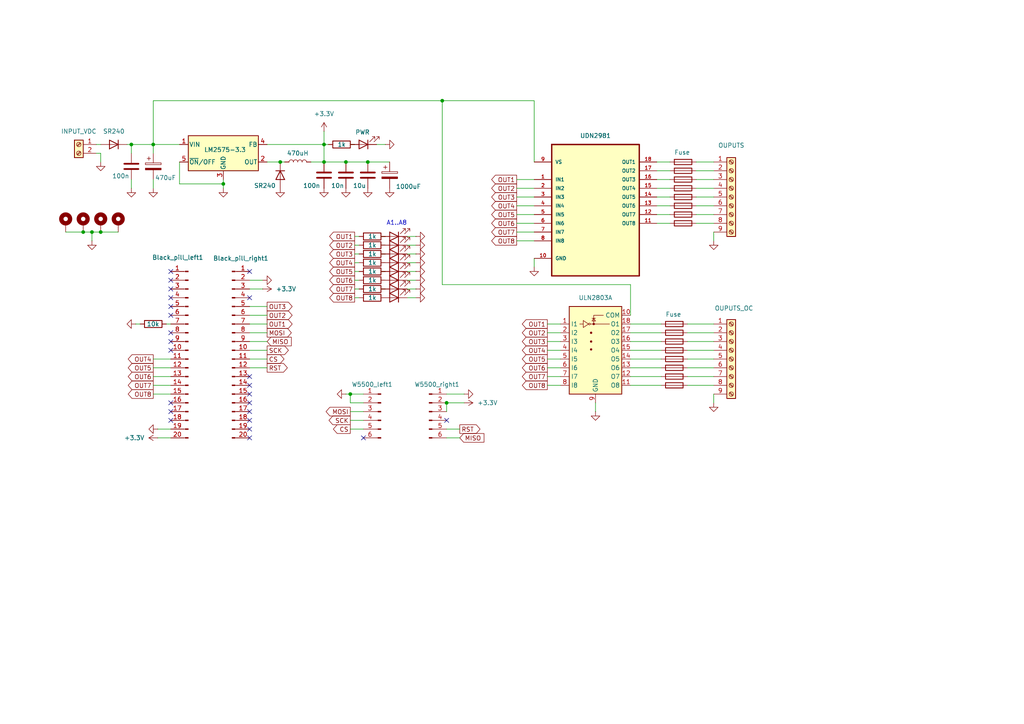
<source format=kicad_sch>
(kicad_sch (version 20250114) (generator "eeschema") (generator_version "9.0")
  (paper "A4")
  (title_block (title "Ethernet control console") (date "2025-10-01"))
  (lib_symbols
    (symbol "Connector:Conn_01x06_Pin" (pin_names (offset 1.016) (hide yes))
      (property "Reference" "J" (at 0 7.62 0))
      (property "Value" "Conn_01x06_Pin" (at 0 -10.16 0))
      (symbol "Conn_01x06_Pin_1_1"
        (pin passive line (at 5.08 5.08 180) (length 3.81) (name "Pin_1") (number "1"))
        (pin passive line (at 5.08 2.54 180) (length 3.81) (name "Pin_2") (number "2"))
        (pin passive line (at 5.08 0 180) (length 3.81) (name "Pin_3") (number "3"))
        (pin passive line (at 5.08 -2.54 180) (length 3.81) (name "Pin_4") (number "4"))
        (pin passive line (at 5.08 -5.08 180) (length 3.81) (name "Pin_5") (number "5"))
        (pin passive line (at 5.08 -7.62 180) (length 3.81) (name "Pin_6") (number "6"))
      )
    )
    (symbol "Connector:Conn_01x20_Pin" (pin_names (offset 1.016) (hide yes))
      (property "Reference" "J" (at 0 25.4 0))
      (property "Value" "Conn_01x20_Pin" (at 0 -27.94 0))
      (symbol "Conn_01x20_Pin_1_1"
        (pin passive line (at 5.08 22.86 180) (length 3.81) (name "Pin_1") (number "1"))
        (pin passive line (at 5.08 20.32 180) (length 3.81) (name "Pin_2") (number "2"))
        (pin passive line (at 5.08 17.78 180) (length 3.81) (name "Pin_3") (number "3"))
        (pin passive line (at 5.08 15.24 180) (length 3.81) (name "Pin_4") (number "4"))
        (pin passive line (at 5.08 12.7 180) (length 3.81) (name "Pin_5") (number "5"))
        (pin passive line (at 5.08 10.16 180) (length 3.81) (name "Pin_6") (number "6"))
        (pin passive line (at 5.08 7.62 180) (length 3.81) (name "Pin_7") (number "7"))
        (pin passive line (at 5.08 5.08 180) (length 3.81) (name "Pin_8") (number "8"))
        (pin passive line (at 5.08 2.54 180) (length 3.81) (name "Pin_9") (number "9"))
        (pin passive line (at 5.08 0 180) (length 3.81) (name "Pin_10") (number "10"))
        (pin passive line (at 5.08 -2.54 180) (length 3.81) (name "Pin_11") (number "11"))
        (pin passive line (at 5.08 -5.08 180) (length 3.81) (name "Pin_12") (number "12"))
        (pin passive line (at 5.08 -7.62 180) (length 3.81) (name "Pin_13") (number "13"))
        (pin passive line (at 5.08 -10.16 180) (length 3.81) (name "Pin_14") (number "14"))
        (pin passive line (at 5.08 -12.7 180) (length 3.81) (name "Pin_15") (number "15"))
        (pin passive line (at 5.08 -15.24 180) (length 3.81) (name "Pin_16") (number "16"))
        (pin passive line (at 5.08 -17.78 180) (length 3.81) (name "Pin_17") (number "17"))
        (pin passive line (at 5.08 -20.32 180) (length 3.81) (name "Pin_18") (number "18"))
        (pin passive line (at 5.08 -22.86 180) (length 3.81) (name "Pin_19") (number "19"))
        (pin passive line (at 5.08 -25.4 180) (length 3.81) (name "Pin_20") (number "20"))
      )
    )
    (symbol "Connector:Screw_Terminal_01x02" (pin_names (offset 1.016) (hide yes))
      (property "Reference" "J" (at 0 2.54 0))
      (property "Value" "Screw_Terminal_01x02" (at 0 -5.08 0))
      (symbol "Screw_Terminal_01x02_1_1"
        (pin passive line (at -5.08 0 0) (length 3.81) (name "Pin_1") (number "1"))
        (pin passive line (at -5.08 -2.54 0) (length 3.81) (name "Pin_2") (number "2"))
      )
    )
    (symbol "Connector:Screw_Terminal_01x09" (pin_names (offset 1.016) (hide yes))
      (property "Reference" "J" (at 0 12.7 0))
      (property "Value" "Screw_Terminal_01x09" (at 0 -12.7 0))
      (symbol "Screw_Terminal_01x09_1_1"
        (pin passive line (at -5.08 10.16 0) (length 3.81) (name "Pin_1") (number "1"))
        (pin passive line (at -5.08 7.62 0) (length 3.81) (name "Pin_2") (number "2"))
        (pin passive line (at -5.08 5.08 0) (length 3.81) (name "Pin_3") (number "3"))
        (pin passive line (at -5.08 2.54 0) (length 3.81) (name "Pin_4") (number "4"))
        (pin passive line (at -5.08 0 0) (length 3.81) (name "Pin_5") (number "5"))
        (pin passive line (at -5.08 -2.54 0) (length 3.81) (name "Pin_6") (number "6"))
        (pin passive line (at -5.08 -5.08 0) (length 3.81) (name "Pin_7") (number "7"))
        (pin passive line (at -5.08 -7.62 0) (length 3.81) (name "Pin_8") (number "8"))
        (pin passive line (at -5.08 -10.16 0) (length 3.81) (name "Pin_9") (number "9"))
      )
    )
    (symbol "Device:C" (pin_numbers (hide yes)) (pin_names (offset 0.254))
      (property "Reference" "C" (at 0.635 2.54 0))
      (property "Value" "C" (at 0.635 -2.54 0))
      (symbol "C_1_1"
        (pin passive line (at 0 3.81 270) (length 2.794) (name "~") (number "1"))
        (pin passive line (at 0 -3.81 90) (length 2.794) (name "~") (number "2"))
      )
    )
    (symbol "Device:C_Polarized" (pin_numbers (hide yes)) (pin_names (offset 0.254))
      (property "Reference" "C" (at 0.635 2.54 0))
      (property "Value" "C_Polarized" (at 0.635 -2.54 0))
      (symbol "C_Polarized_1_1"
        (pin passive line (at 0 3.81 270) (length 2.794) (name "~") (number "1"))
        (pin passive line (at 0 -3.81 90) (length 2.794) (name "~") (number "2"))
      )
    )
    (symbol "Device:Fuse" (pin_numbers (hide yes)) (pin_names (offset 0))
      (property "Reference" "F" (at 2.032 0 90))
      (property "Value" "Fuse" (at -1.905 0 90))
      (symbol "Fuse_1_1"
        (pin passive line (at 0 3.81 270) (length 1.27) (name "~") (number "1"))
        (pin passive line (at 0 -3.81 90) (length 1.27) (name "~") (number "2"))
      )
    )
    (symbol "Device:L" (pin_numbers (hide yes)) (pin_names (offset 1.016) (hide yes))
      (property "Reference" "L" (at -1.27 0 90))
      (property "Value" "L" (at 1.905 0 90))
      (symbol "L_1_1"
        (pin passive line (at 0 3.81 270) (length 1.27) (name "1") (number "1"))
        (pin passive line (at 0 -3.81 90) (length 1.27) (name "2") (number "2"))
      )
    )
    (symbol "Device:LED" (pin_numbers (hide yes)) (pin_names (offset 1.016) (hide yes))
      (property "Reference" "D" (at 0 2.54 0))
      (property "Value" "LED" (at 0 -2.54 0))
      (symbol "LED_1_1"
        (pin passive line (at -3.81 0 0) (length 2.54) (name "K") (number "1"))
        (pin passive line (at 3.81 0 180) (length 2.54) (name "A") (number "2"))
      )
    )
    (symbol "Device:R" (pin_numbers (hide yes)) (pin_names (offset 0))
      (property "Reference" "R" (at 2.032 0 90))
      (property "Value" "R" (at 0 0 90))
      (symbol "R_1_1"
        (pin passive line (at 0 3.81 270) (length 1.27) (name "~") (number "1"))
        (pin passive line (at 0 -3.81 90) (length 1.27) (name "~") (number "2"))
      )
    )
    (symbol "Diode:1N4007" (pin_numbers (hide yes)) (pin_names (hide yes))
      (property "Reference" "D" (at 0 2.54 0))
      (property "Value" "1N4007" (at 0 -2.54 0))
      (symbol "1N4007_1_1"
        (pin passive line (at -3.81 0 0) (length 2.54) (name "K") (number "1"))
        (pin passive line (at 3.81 0 180) (length 2.54) (name "A") (number "2"))
      )
    )
    (symbol "Mechanical:MountingHole_Pad" (pin_numbers (hide yes)) (pin_names (offset 1.016) (hide yes)) (in_bom no)
      (property "Reference" "H" (at 0 6.35 0))
      (property "Value" "MountingHole_Pad" (at 0 4.445 0))
      (symbol "MountingHole_Pad_1_1"
        (pin input line (at 0 -2.54 90) (length 2.54) (name "1") (number "1"))
      )
    )
    (symbol "Regulator_Switching:LM2575-3.3BT" (pin_names (offset 0.254))
      (property "Reference" "U" (at -10.16 6.35 0))
      (property "Value" "LM2575-3.3BT" (at 0 6.35 0))
      (symbol "LM2575-3.3BT_1_1"
        (pin power_in line (at -12.7 2.54 0) (length 2.54) (name "VIN") (number "1"))
        (pin input line (at -12.7 -2.54 0) (length 2.54) (name "~{ON}/OFF") (number "5"))
        (pin power_in line (at 0 -7.62 90) (length 2.54) (name "GND") (number "3"))
        (pin input line (at 12.7 2.54 180) (length 2.54) (name "FB") (number "4"))
        (pin output line (at 12.7 -2.54 180) (length 2.54) (name "OUT") (number "2"))
      )
    )
    (symbol "Transistor_Array:ULN2803A"
      (property "Reference" "U" (at 0 13.335 0))
      (property "Value" "ULN2803A" (at 0 11.43 0))
      (symbol "ULN2803A_1_1"
        (pin input line (at -10.16 5.08 0) (length 2.54) (name "I1") (number "1"))
        (pin input line (at -10.16 2.54 0) (length 2.54) (name "I2") (number "2"))
        (pin input line (at -10.16 0 0) (length 2.54) (name "I3") (number "3"))
        (pin input line (at -10.16 -2.54 0) (length 2.54) (name "I4") (number "4"))
        (pin input line (at -10.16 -5.08 0) (length 2.54) (name "I5") (number "5"))
        (pin input line (at -10.16 -7.62 0) (length 2.54) (name "I6") (number "6"))
        (pin input line (at -10.16 -10.16 0) (length 2.54) (name "I7") (number "7"))
        (pin input line (at -10.16 -12.7 0) (length 2.54) (name "I8") (number "8"))
        (pin power_in line (at 0 -17.78 90) (length 2.54) (name "GND") (number "9"))
        (pin passive line (at 10.16 7.62 180) (length 2.54) (name "COM") (number "10"))
        (pin open_collector line (at 10.16 5.08 180) (length 2.54) (name "O1") (number "18"))
        (pin open_collector line (at 10.16 2.54 180) (length 2.54) (name "O2") (number "17"))
        (pin open_collector line (at 10.16 0 180) (length 2.54) (name "O3") (number "16"))
        (pin open_collector line (at 10.16 -2.54 180) (length 2.54) (name "O4") (number "15"))
        (pin open_collector line (at 10.16 -5.08 180) (length 2.54) (name "O5") (number "14"))
        (pin open_collector line (at 10.16 -7.62 180) (length 2.54) (name "O6") (number "13"))
        (pin open_collector line (at 10.16 -10.16 180) (length 2.54) (name "O7") (number "12"))
        (pin open_collector line (at 10.16 -12.7 180) (length 2.54) (name "O8") (number "11"))
      )
    )
    (symbol "UDN2981:UDN2981" (pin_names (offset 1.016))
      (property "Reference" "U" (at -4.7258 19.2841 0))
      (property "Value" "UDN2981" (at -5.2475 -28.6062 0))
      (symbol "UDN2981_0_0"
        (pin power_in line (at -17.78 10.16 0) (length 5.08) (name "VS") (number "9"))
        (pin input line (at -17.78 5.08 0) (length 5.08) (name "IN1") (number "1"))
        (pin input line (at -17.78 2.54 0) (length 5.08) (name "IN2") (number "2"))
        (pin input line (at -17.78 0 0) (length 5.08) (name "IN3") (number "3"))
        (pin input line (at -17.78 -2.54 0) (length 5.08) (name "IN4") (number "4"))
        (pin input line (at -17.78 -5.08 0) (length 5.08) (name "IN5") (number "5"))
        (pin input line (at -17.78 -7.62 0) (length 5.08) (name "IN6") (number "6"))
        (pin input line (at -17.78 -10.16 0) (length 5.08) (name "IN7") (number "7"))
        (pin input line (at -17.78 -12.7 0) (length 5.08) (name "IN8") (number "8"))
        (pin passive line (at -17.78 -17.78 0) (length 5.08) (name "GND") (number "10"))
        (pin output line (at 17.78 10.16 180) (length 5.08) (name "OUT1") (number "18"))
        (pin output line (at 17.78 7.62 180) (length 5.08) (name "OUT2") (number "17"))
        (pin output line (at 17.78 5.08 180) (length 5.08) (name "OUT3") (number "16"))
        (pin output line (at 17.78 2.54 180) (length 5.08) (name "OUT4") (number "15"))
        (pin output line (at 17.78 0 180) (length 5.08) (name "OUT5") (number "14"))
        (pin output line (at 17.78 -2.54 180) (length 5.08) (name "OUT6") (number "13"))
        (pin output line (at 17.78 -5.08 180) (length 5.08) (name "OUT7") (number "12"))
        (pin output line (at 17.78 -7.62 180) (length 5.08) (name "OUT8") (number "11"))
      )
    )
    (symbol "power:+3.3V" (power) (pin_numbers (hide yes)) (pin_names (offset 0) (hide yes))
      (property "Value" "+3.3V" (at 0 3.556 0))
      (symbol "+3.3V_1_1"
        (pin power_in line (at 0 0 90) (length 0) (name "~") (number "1"))
      )
    )
    (symbol "power:GND" (power) (pin_numbers (hide yes)) (pin_names (offset 0) (hide yes))
      (property "Value" "GND" (at 0 -3.81 0))
      (symbol "GND_1_1"
        (pin power_in line (at 0 0 270) (length 0) (name "~") (number "1"))
      )
    )
  )
  (text "A1..A8" (at 115.062 64.77 0) (effects (font (size 1.27 1.27))))
  (junction (at 100.33 46.99))
  (junction (at 101.6 114.3))
  (junction (at 93.98 46.99))
  (junction (at 129.54 116.84))
  (junction (at 128.27 29.21))
  (junction (at 64.77 53.34))
  (junction (at 106.68 46.99))
  (junction (at 24.13 67.31))
  (junction (at 38.1 41.91))
  (junction (at 26.67 67.31))
  (junction (at 93.98 41.91))
  (junction (at 29.21 67.31))
  (junction (at 44.45 41.91))
  (junction (at 81.28 46.99))
  (no_connect (at 49.53 119.38))
  (no_connect (at 49.53 81.28))
  (no_connect (at 72.39 109.22))
  (no_connect (at 72.39 114.3))
  (no_connect (at 72.39 121.92))
  (no_connect (at 72.39 111.76))
  (no_connect (at 49.53 121.92))
  (no_connect (at 72.39 124.46))
  (no_connect (at 49.53 86.36))
  (no_connect (at 129.54 121.92))
  (no_connect (at 72.39 86.36))
  (no_connect (at 49.53 116.84))
  (no_connect (at 49.53 96.52))
  (no_connect (at 49.53 91.44))
  (no_connect (at 72.39 119.38))
  (no_connect (at 72.39 116.84))
  (no_connect (at 49.53 83.82))
  (no_connect (at 72.39 78.74))
  (no_connect (at 49.53 78.74))
  (no_connect (at 105.41 127))
  (no_connect (at 49.53 99.06))
  (no_connect (at 49.53 101.6))
  (no_connect (at 72.39 127))
  (no_connect (at 49.53 88.9))
  (wire (pts (xy 19.05 67.31) (xy 24.13 67.31)))
  (wire (pts (xy 44.45 111.76) (xy 49.53 111.76)))
  (wire (pts (xy 128.27 29.21) (xy 44.45 29.21)))
  (wire (pts (xy 52.07 53.34) (xy 64.77 53.34)))
  (wire (pts (xy 118.11 86.36) (xy 120.65 86.36)))
  (wire (pts (xy 111.76 71.12) (xy 110.49 71.12)))
  (wire (pts (xy 102.87 73.66) (xy 104.14 73.66)))
  (wire (pts (xy 102.87 76.2) (xy 104.14 76.2)))
  (wire (pts (xy 48.26 93.98) (xy 49.53 93.98)))
  (wire (pts (xy 29.21 67.31) (xy 26.67 67.31)))
  (wire (pts (xy 201.93 57.15) (xy 207.01 57.15)))
  (wire (pts (xy 101.6 121.92) (xy 105.41 121.92)))
  (wire (pts (xy 199.39 106.68) (xy 207.01 106.68)))
  (wire (pts (xy 158.75 111.76) (xy 162.56 111.76)))
  (wire (pts (xy 154.94 29.21) (xy 128.27 29.21)))
  (wire (pts (xy 190.5 52.07) (xy 194.31 52.07)))
  (wire (pts (xy 101.6 124.46) (xy 105.41 124.46)))
  (wire (pts (xy 118.11 71.12) (xy 120.65 71.12)))
  (wire (pts (xy 102.87 86.36) (xy 104.14 86.36)))
  (wire (pts (xy 45.72 127) (xy 49.53 127)))
  (wire (pts (xy 201.93 62.23) (xy 207.01 62.23)))
  (wire (pts (xy 158.75 93.98) (xy 162.56 93.98)))
  (wire (pts (xy 199.39 104.14) (xy 207.01 104.14)))
  (wire (pts (xy 149.86 54.61) (xy 154.94 54.61)))
  (wire (pts (xy 158.75 96.52) (xy 162.56 96.52)))
  (wire (pts (xy 72.39 99.06) (xy 77.47 99.06)))
  (wire (pts (xy 29.21 44.45) (xy 29.21 46.99)))
  (wire (pts (xy 52.07 46.99) (xy 52.07 53.34)))
  (wire (pts (xy 149.86 52.07) (xy 154.94 52.07)))
  (wire (pts (xy 201.93 64.77) (xy 207.01 64.77)))
  (wire (pts (xy 182.88 82.55) (xy 128.27 82.55)))
  (wire (pts (xy 26.67 67.31) (xy 26.67 69.85)))
  (wire (pts (xy 149.86 62.23) (xy 154.94 62.23)))
  (wire (pts (xy 44.45 41.91) (xy 44.45 44.45)))
  (wire (pts (xy 44.45 29.21) (xy 44.45 41.91)))
  (wire (pts (xy 100.33 46.99) (xy 106.68 46.99)))
  (wire (pts (xy 24.13 67.31) (xy 26.67 67.31)))
  (wire (pts (xy 158.75 106.68) (xy 162.56 106.68)))
  (wire (pts (xy 149.86 59.69) (xy 154.94 59.69)))
  (wire (pts (xy 27.94 44.45) (xy 29.21 44.45)))
  (wire (pts (xy 44.45 106.68) (xy 49.53 106.68)))
  (wire (pts (xy 101.6 116.84) (xy 101.6 114.3)))
  (wire (pts (xy 72.39 88.9) (xy 77.47 88.9)))
  (wire (pts (xy 129.54 124.46) (xy 133.35 124.46)))
  (wire (pts (xy 118.11 68.58) (xy 120.65 68.58)))
  (wire (pts (xy 111.76 73.66) (xy 110.49 73.66)))
  (wire (pts (xy 190.5 54.61) (xy 194.31 54.61)))
  (wire (pts (xy 190.5 57.15) (xy 194.31 57.15)))
  (wire (pts (xy 129.54 114.3) (xy 134.62 114.3)))
  (wire (pts (xy 101.6 119.38) (xy 105.41 119.38)))
  (wire (pts (xy 118.11 81.28) (xy 120.65 81.28)))
  (wire (pts (xy 149.86 64.77) (xy 154.94 64.77)))
  (wire (pts (xy 72.39 83.82) (xy 76.2 83.82)))
  (wire (pts (xy 129.54 116.84) (xy 129.54 119.38)))
  (wire (pts (xy 77.47 41.91) (xy 93.98 41.91)))
  (wire (pts (xy 77.47 46.99) (xy 81.28 46.99)))
  (wire (pts (xy 38.1 41.91) (xy 38.1 44.45)))
  (wire (pts (xy 129.54 116.84) (xy 134.62 116.84)))
  (wire (pts (xy 29.21 67.31) (xy 34.29 67.31)))
  (wire (pts (xy 182.88 99.06) (xy 191.77 99.06)))
  (wire (pts (xy 182.88 93.98) (xy 191.77 93.98)))
  (wire (pts (xy 149.86 67.31) (xy 154.94 67.31)))
  (wire (pts (xy 201.93 52.07) (xy 207.01 52.07)))
  (wire (pts (xy 201.93 59.69) (xy 207.01 59.69)))
  (wire (pts (xy 199.39 101.6) (xy 207.01 101.6)))
  (wire (pts (xy 100.33 114.3) (xy 101.6 114.3)))
  (wire (pts (xy 199.39 109.22) (xy 207.01 109.22)))
  (wire (pts (xy 182.88 104.14) (xy 191.77 104.14)))
  (wire (pts (xy 72.39 93.98) (xy 77.47 93.98)))
  (wire (pts (xy 149.86 69.85) (xy 154.94 69.85)))
  (wire (pts (xy 201.93 46.99) (xy 207.01 46.99)))
  (wire (pts (xy 118.11 76.2) (xy 120.65 76.2)))
  (wire (pts (xy 182.88 91.44) (xy 182.88 82.55)))
  (wire (pts (xy 106.68 46.99) (xy 113.03 46.99)))
  (wire (pts (xy 102.87 81.28) (xy 104.14 81.28)))
  (wire (pts (xy 36.83 41.91) (xy 38.1 41.91)))
  (wire (pts (xy 182.88 101.6) (xy 191.77 101.6)))
  (wire (pts (xy 118.11 73.66) (xy 120.65 73.66)))
  (wire (pts (xy 44.45 109.22) (xy 49.53 109.22)))
  (wire (pts (xy 72.39 96.52) (xy 77.47 96.52)))
  (wire (pts (xy 182.88 109.22) (xy 191.77 109.22)))
  (wire (pts (xy 44.45 104.14) (xy 49.53 104.14)))
  (wire (pts (xy 199.39 96.52) (xy 207.01 96.52)))
  (wire (pts (xy 102.87 68.58) (xy 104.14 68.58)))
  (wire (pts (xy 158.75 99.06) (xy 162.56 99.06)))
  (wire (pts (xy 128.27 82.55) (xy 128.27 29.21)))
  (wire (pts (xy 172.72 116.84) (xy 172.72 119.38)))
  (wire (pts (xy 45.72 124.46) (xy 49.53 124.46)))
  (wire (pts (xy 44.45 52.07) (xy 44.45 54.61)))
  (wire (pts (xy 111.76 68.58) (xy 110.49 68.58)))
  (wire (pts (xy 111.76 81.28) (xy 110.49 81.28)))
  (wire (pts (xy 38.1 41.91) (xy 44.45 41.91)))
  (wire (pts (xy 149.86 57.15) (xy 154.94 57.15)))
  (wire (pts (xy 72.39 91.44) (xy 77.47 91.44)))
  (wire (pts (xy 72.39 106.68) (xy 77.47 106.68)))
  (wire (pts (xy 207.01 67.31) (xy 207.01 69.85)))
  (wire (pts (xy 158.75 101.6) (xy 162.56 101.6)))
  (wire (pts (xy 182.88 111.76) (xy 191.77 111.76)))
  (wire (pts (xy 190.5 49.53) (xy 194.31 49.53)))
  (wire (pts (xy 102.87 78.74) (xy 104.14 78.74)))
  (wire (pts (xy 111.76 86.36) (xy 110.49 86.36)))
  (wire (pts (xy 44.45 41.91) (xy 52.07 41.91)))
  (wire (pts (xy 118.11 83.82) (xy 120.65 83.82)))
  (wire (pts (xy 109.22 41.91) (xy 111.76 41.91)))
  (wire (pts (xy 199.39 111.76) (xy 207.01 111.76)))
  (wire (pts (xy 201.93 49.53) (xy 207.01 49.53)))
  (wire (pts (xy 111.76 78.74) (xy 110.49 78.74)))
  (wire (pts (xy 93.98 38.1) (xy 93.98 41.91)))
  (wire (pts (xy 95.25 41.91) (xy 93.98 41.91)))
  (wire (pts (xy 72.39 101.6) (xy 77.47 101.6)))
  (wire (pts (xy 190.5 59.69) (xy 194.31 59.69)))
  (wire (pts (xy 39.37 93.98) (xy 40.64 93.98)))
  (wire (pts (xy 182.88 106.68) (xy 191.77 106.68)))
  (wire (pts (xy 158.75 109.22) (xy 162.56 109.22)))
  (wire (pts (xy 190.5 64.77) (xy 194.31 64.77)))
  (wire (pts (xy 93.98 46.99) (xy 90.17 46.99)))
  (wire (pts (xy 64.77 53.34) (xy 64.77 54.61)))
  (wire (pts (xy 93.98 41.91) (xy 93.98 46.99)))
  (wire (pts (xy 190.5 46.99) (xy 194.31 46.99)))
  (wire (pts (xy 199.39 99.06) (xy 207.01 99.06)))
  (wire (pts (xy 64.77 53.34) (xy 64.77 52.07)))
  (wire (pts (xy 199.39 93.98) (xy 207.01 93.98)))
  (wire (pts (xy 154.94 74.93) (xy 154.94 77.47)))
  (wire (pts (xy 158.75 104.14) (xy 162.56 104.14)))
  (wire (pts (xy 201.93 54.61) (xy 207.01 54.61)))
  (wire (pts (xy 154.94 46.99) (xy 154.94 29.21)))
  (wire (pts (xy 93.98 46.99) (xy 100.33 46.99)))
  (wire (pts (xy 102.87 71.12) (xy 104.14 71.12)))
  (wire (pts (xy 190.5 62.23) (xy 194.31 62.23)))
  (wire (pts (xy 72.39 81.28) (xy 76.2 81.28)))
  (wire (pts (xy 81.28 46.99) (xy 82.55 46.99)))
  (wire (pts (xy 38.1 52.07) (xy 38.1 54.61)))
  (wire (pts (xy 27.94 41.91) (xy 29.21 41.91)))
  (wire (pts (xy 102.87 41.91) (xy 101.6 41.91)))
  (wire (pts (xy 72.39 104.14) (xy 77.47 104.14)))
  (wire (pts (xy 111.76 83.82) (xy 110.49 83.82)))
  (wire (pts (xy 207.01 114.3) (xy 207.01 116.84)))
  (wire (pts (xy 182.88 96.52) (xy 191.77 96.52)))
  (wire (pts (xy 111.76 76.2) (xy 110.49 76.2)))
  (wire (pts (xy 129.54 127) (xy 133.35 127)))
  (wire (pts (xy 102.87 83.82) (xy 104.14 83.82)))
  (wire (pts (xy 118.11 78.74) (xy 120.65 78.74)))
  (wire (pts (xy 101.6 114.3) (xy 105.41 114.3)))
  (wire (pts (xy 44.45 114.3) (xy 49.53 114.3)))
  (wire (pts (xy 105.41 116.84) (xy 101.6 116.84)))
  (global_label "OUT6" (shape output) (at 44.45 109.22 180) (property "Intersheetrefs" "${INTERSHEET_REFS}" (effects (hide yes))))
  (global_label "OUT3" (shape output) (at 77.47 88.9 0) (property "Intersheetrefs" "${INTERSHEET_REFS}" (effects (hide yes))))
  (global_label "OUT1" (shape output) (at 158.75 93.98 180) (property "Intersheetrefs" "${INTERSHEET_REFS}" (effects (hide yes))))
  (global_label "MISO" (shape input) (at 133.35 127 0) (property "Intersheetrefs" "${INTERSHEET_REFS}" (effects (hide yes))))
  (global_label "OUT3" (shape output) (at 102.87 73.66 180) (property "Intersheetrefs" "${INTERSHEET_REFS}" (effects (hide yes))))
  (global_label "RST" (shape output) (at 133.35 124.46 0) (property "Intersheetrefs" "${INTERSHEET_REFS}" (effects (hide yes))))
  (global_label "OUT8" (shape output) (at 149.86 69.85 180) (property "Intersheetrefs" "${INTERSHEET_REFS}" (effects (hide yes))))
  (global_label "OUT5" (shape output) (at 44.45 106.68 180) (property "Intersheetrefs" "${INTERSHEET_REFS}" (effects (hide yes))))
  (global_label "MOSI" (shape output) (at 77.47 96.52 0) (property "Intersheetrefs" "${INTERSHEET_REFS}" (effects (hide yes))))
  (global_label "OUT8" (shape output) (at 44.45 114.3 180) (property "Intersheetrefs" "${INTERSHEET_REFS}" (effects (hide yes))))
  (global_label "MOSI" (shape output) (at 101.6 119.38 180) (property "Intersheetrefs" "${INTERSHEET_REFS}" (effects (hide yes))))
  (global_label "SCK" (shape output) (at 101.6 121.92 180) (property "Intersheetrefs" "${INTERSHEET_REFS}" (effects (hide yes))))
  (global_label "OUT7" (shape output) (at 44.45 111.76 180) (property "Intersheetrefs" "${INTERSHEET_REFS}" (effects (hide yes))))
  (global_label "MISO" (shape input) (at 77.47 99.06 0) (property "Intersheetrefs" "${INTERSHEET_REFS}" (effects (hide yes))))
  (global_label "OUT5" (shape output) (at 102.87 78.74 180) (property "Intersheetrefs" "${INTERSHEET_REFS}" (effects (hide yes))))
  (global_label "OUT7" (shape output) (at 102.87 83.82 180) (property "Intersheetrefs" "${INTERSHEET_REFS}" (effects (hide yes))))
  (global_label "CS" (shape output) (at 101.6 124.46 180) (property "Intersheetrefs" "${INTERSHEET_REFS}" (effects (hide yes))))
  (global_label "OUT5" (shape output) (at 149.86 62.23 180) (property "Intersheetrefs" "${INTERSHEET_REFS}" (effects (hide yes))))
  (global_label "OUT2" (shape output) (at 158.75 96.52 180) (property "Intersheetrefs" "${INTERSHEET_REFS}" (effects (hide yes))))
  (global_label "OUT2" (shape output) (at 102.87 71.12 180) (property "Intersheetrefs" "${INTERSHEET_REFS}" (effects (hide yes))))
  (global_label "OUT2" (shape output) (at 77.47 91.44 0) (property "Intersheetrefs" "${INTERSHEET_REFS}" (effects (hide yes))))
  (global_label "OUT4" (shape output) (at 44.45 104.14 180) (property "Intersheetrefs" "${INTERSHEET_REFS}" (effects (hide yes))))
  (global_label "RST" (shape output) (at 77.47 106.68 0) (property "Intersheetrefs" "${INTERSHEET_REFS}" (effects (hide yes))))
  (global_label "OUT4" (shape output) (at 102.87 76.2 180) (property "Intersheetrefs" "${INTERSHEET_REFS}" (effects (hide yes))))
  (global_label "CS" (shape output) (at 77.47 104.14 0) (property "Intersheetrefs" "${INTERSHEET_REFS}" (effects (hide yes))))
  (global_label "OUT1" (shape output) (at 102.87 68.58 180) (property "Intersheetrefs" "${INTERSHEET_REFS}" (effects (hide yes))))
  (global_label "OUT3" (shape output) (at 158.75 99.06 180) (property "Intersheetrefs" "${INTERSHEET_REFS}" (effects (hide yes))))
  (global_label "OUT6" (shape output) (at 158.75 106.68 180) (property "Intersheetrefs" "${INTERSHEET_REFS}" (effects (hide yes))))
  (global_label "SCK" (shape output) (at 77.47 101.6 0) (property "Intersheetrefs" "${INTERSHEET_REFS}" (effects (hide yes))))
  (global_label "OUT5" (shape output) (at 158.75 104.14 180) (property "Intersheetrefs" "${INTERSHEET_REFS}" (effects (hide yes))))
  (global_label "OUT4" (shape output) (at 149.86 59.69 180) (property "Intersheetrefs" "${INTERSHEET_REFS}" (effects (hide yes))))
  (global_label "OUT4" (shape output) (at 158.75 101.6 180) (property "Intersheetrefs" "${INTERSHEET_REFS}" (effects (hide yes))))
  (global_label "OUT7" (shape output) (at 158.75 109.22 180) (property "Intersheetrefs" "${INTERSHEET_REFS}" (effects (hide yes))))
  (global_label "OUT1" (shape output) (at 77.47 93.98 0) (property "Intersheetrefs" "${INTERSHEET_REFS}" (effects (hide yes))))
  (global_label "OUT8" (shape output) (at 158.75 111.76 180) (property "Intersheetrefs" "${INTERSHEET_REFS}" (effects (hide yes))))
  (global_label "OUT7" (shape output) (at 149.86 67.31 180) (property "Intersheetrefs" "${INTERSHEET_REFS}" (effects (hide yes))))
  (global_label "OUT6" (shape output) (at 149.86 64.77 180) (property "Intersheetrefs" "${INTERSHEET_REFS}" (effects (hide yes))))
  (global_label "OUT6" (shape output) (at 102.87 81.28 180) (property "Intersheetrefs" "${INTERSHEET_REFS}" (effects (hide yes))))
  (global_label "OUT2" (shape output) (at 149.86 54.61 180) (property "Intersheetrefs" "${INTERSHEET_REFS}" (effects (hide yes))))
  (global_label "OUT8" (shape output) (at 102.87 86.36 180) (property "Intersheetrefs" "${INTERSHEET_REFS}" (effects (hide yes))))
  (global_label "OUT1" (shape output) (at 149.86 52.07 180) (property "Intersheetrefs" "${INTERSHEET_REFS}" (effects (hide yes))))
  (global_label "OUT3" (shape output) (at 149.86 57.15 180) (property "Intersheetrefs" "${INTERSHEET_REFS}" (effects (hide yes))))
  (symbol (lib_id "Device:Fuse") (at 198.12 54.61 90) (unit 1)
    (property "Reference" "F12" (effects (hide yes)))
    (property "Value" "Fuse" (effects (hide yes)))
    (property "Footprint" "Resistor_SMD:R_1206_3216Metric" (effects (hide yes)))
    (property "Description" "Fuse" (effects (hide yes)))
  )
  (symbol (lib_id "Device:C_Polarized") (at 113.03 50.8 0) (unit 1)
    (property "Reference" "C6" (effects (hide yes)))
    (property "Value" "1000uF" (at 114.808 54.102 0) (effects (justify left)))
    (property "Footprint" "Capacitor_THT:CP_Radial_D8.0mm_P3.80mm" (effects (hide yes)))
    (property "Description" "Polarized capacitor" (effects (hide yes)))
  )
  (symbol (lib_id "power:GND") (at 120.65 86.36 90) (unit 1)
    (property "Reference" "#PWR025" (effects (hide yes)))
    (property "Value" "GND" (effects (hide yes)))
    (property "Description" "Power symbol creates a global label with name \"GND\" , ground" (effects (hide yes)))
  )
  (symbol (lib_id "Device:R") (at 99.06 41.91 90) (unit 1)
    (property "Reference" "R2" (effects (hide yes)))
    (property "Value" "1k" (at 100.33 41.91 90) (effects (justify left)))
    (property "Footprint" "Resistor_SMD:R_1206_3216Metric" (effects (hide yes)))
    (property "Description" "Resistor" (effects (hide yes)))
  )
  (symbol (lib_id "Device:LED") (at 114.3 71.12 180) (unit 1)
    (property "Reference" "D5" (effects (hide yes)))
    (property "Value" "A1" (effects (hide yes)))
    (property "Footprint" "Diode_SMD:D_1206_3216Metric" (effects (hide yes)))
    (property "Description" "Light emitting diode" (effects (hide yes)))
    (property "Sim.Pins" "1=K 2=A" (effects (hide yes)))
  )
  (symbol (lib_id "Connector:Conn_01x20_Pin") (at 54.61 101.6 0) (mirror y) (unit 1)
    (property "Reference" "Black_pill_left1" (at 51.562 74.676 0))
    (property "Value" "Conn_01x20_Pin" (effects (hide yes)))
    (property "Footprint" "Connector_PinHeader_2.54mm:PinHeader_1x20_P2.54mm_Vertical" (effects (hide yes)))
    (property "Description" "Generic connector, single row, 01x20, script generated" (effects (hide yes)))
  )
  (symbol (lib_id "power:GND") (at 120.65 76.2 90) (unit 1)
    (property "Reference" "#PWR021" (effects (hide yes)))
    (property "Value" "GND" (effects (hide yes)))
    (property "Description" "Power symbol creates a global label with name \"GND\" , ground" (effects (hide yes)))
  )
  (symbol (lib_id "power:GND") (at 100.33 54.61 0) (unit 1)
    (property "Reference" "#PWR013" (effects (hide yes)))
    (property "Value" "GND" (effects (hide yes)))
    (property "Description" "Power symbol creates a global label with name \"GND\" , ground" (effects (hide yes)))
  )
  (symbol (lib_id "Connector:Screw_Terminal_01x09") (at 212.09 57.15 0) (unit 1)
    (property "Reference" "J2" (effects (hide yes)))
    (property "Value" "OUPUTS" (at 208.28 42.164 0) (effects (justify left)))
    (property "Footprint" "TerminalBlock:TerminalBlock_MaiXu_MX126-5.0-09P_1x09_P5.00mm" (effects (hide yes)))
    (property "Description" "Generic screw terminal, single row, 01x09, script generated (kicad-library-utils/schlib/autogen/connector/)" (effects (hide yes)))
  )
  (symbol (lib_id "UDN2981:UDN2981") (at 172.72 57.15 0) (unit 1)
    (property "Reference" "U2" (effects (hide yes)))
    (property "Value" "UDN2981" (at 172.72 39.37 0))
    (property "Footprint" "Package_DIP:DIP-18_W7.62mm_LongPads" (effects (hide yes)))
    (property "MF" "Allegro MicroSystems LLC" (effects (hide yes)))
    (property "Description_1" "Power Switch/Driver 1:1 Bipolar 500mA 18-DIP" (effects (hide yes)))
    (property "PACKAGE" "PDIP-18" (effects (hide yes)))
    (property "MPN" "UDN2981" (effects (hide yes)))
    (property "Price" "None" (effects (hide yes)))
    (property "Package" "DIP-18 Allegro MicroSystems LLC" (effects (hide yes)))
    (property "OC_FARNELL" "1193495" (effects (hide yes)))
    (property "SnapEDA_Link" "https://www.snapeda.com/parts/UDN2981/Allegro/view-part/?ref=snap" (effects (hide yes)))
    (property "MP" "UDN2981" (effects (hide yes)))
    (property "SUPPLIER" "ALLEGRO MICROSYSTEMS" (effects (hide yes)))
    (property "OC_NEWARK" "31K7841" (effects (hide yes)))
    (property "Availability" "Not in stock" (effects (hide yes)))
    (property "Check_prices" "https://www.snapeda.com/parts/UDN2981/Allegro/view-part/?ref=eda" (effects (hide yes)))
  )
  (symbol (lib_id "Device:Fuse") (at 195.58 111.76 90) (unit 1)
    (property "Reference" "F8" (effects (hide yes)))
    (property "Value" "Fuse" (effects (hide yes)))
    (property "Footprint" "Resistor_SMD:R_1206_3216Metric" (effects (hide yes)))
    (property "Description" "Fuse" (effects (hide yes)))
  )
  (symbol (lib_id "Mechanical:MountingHole_Pad") (at 19.05 64.77 0) (unit 1) (in_bom no)
    (property "Reference" "H1" (effects (hide yes)))
    (property "Value" "MountingHole_Pad" (effects (hide yes)))
    (property "Footprint" "MountingHole:MountingHole_3.2mm_M3_Pad" (effects (hide yes)))
    (property "Description" "Mounting Hole with connection" (effects (hide yes)))
  )
  (symbol (lib_id "power:GND") (at 111.76 41.91 90) (unit 1)
    (property "Reference" "#PWR016" (effects (hide yes)))
    (property "Value" "GND" (effects (hide yes)))
    (property "Description" "Power symbol creates a global label with name \"GND\" , ground" (effects (hide yes)))
  )
  (symbol (lib_id "Device:R") (at 107.95 81.28 90) (unit 1)
    (property "Reference" "R8" (effects (hide yes)))
    (property "Value" "1k" (at 109.22 81.28 90) (effects (justify left)))
    (property "Footprint" "Resistor_SMD:R_1206_3216Metric" (effects (hide yes)))
    (property "Description" "Resistor" (effects (hide yes)))
  )
  (symbol (lib_id "power:GND") (at 26.67 69.85 0) (unit 1)
    (property "Reference" "#PWR032" (effects (hide yes)))
    (property "Value" "GND" (effects (hide yes)))
    (property "Description" "Power symbol creates a global label with name \"GND\" , ground" (effects (hide yes)))
  )
  (symbol (lib_id "power:GND") (at 172.72 119.38 0) (unit 1)
    (property "Reference" "#PWR029" (effects (hide yes)))
    (property "Value" "GND" (effects (hide yes)))
    (property "Description" "Power symbol creates a global label with name \"GND\" , ground" (effects (hide yes)))
  )
  (symbol (lib_id "Transistor_Array:ULN2803A") (at 172.72 99.06 0) (unit 1)
    (property "Reference" "U3" (effects (hide yes)))
    (property "Value" "ULN2803A" (at 172.72 86.36 0))
    (property "Footprint" "Package_DIP:DIP-18_W7.62mm_LongPads" (effects (hide yes)))
    (property "Datasheet" "http://www.ti.com/lit/ds/symlink/uln2803a.pdf" (effects (hide yes)))
    (property "Description" "Darlington Transistor Arrays, SOIC18/DIP18" (effects (hide yes)))
  )
  (symbol (lib_id "power:GND") (at 45.72 124.46 270) (mirror x) (unit 1)
    (property "Reference" "#PWR05" (effects (hide yes)))
    (property "Value" "GND" (effects (hide yes)))
    (property "Description" "Power symbol creates a global label with name \"GND\" , ground" (effects (hide yes)))
  )
  (symbol (lib_id "power:GND") (at 39.37 93.98 270) (mirror x) (unit 1)
    (property "Reference" "#PWR03" (effects (hide yes)))
    (property "Value" "GND" (effects (hide yes)))
    (property "Description" "Power symbol creates a global label with name \"GND\" , ground" (effects (hide yes)))
  )
  (symbol (lib_id "power:GND") (at 29.21 46.99 0) (mirror y) (unit 1)
    (property "Reference" "#PWR01" (effects (hide yes)))
    (property "Value" "GND" (effects (hide yes)))
    (property "Description" "Power symbol creates a global label with name \"GND\" , ground" (effects (hide yes)))
  )
  (symbol (lib_id "Device:C") (at 100.33 50.8 0) (unit 1)
    (property "Reference" "C4" (effects (hide yes)))
    (property "Value" "10n" (at 96.012 53.848 0) (effects (justify left)))
    (property "Footprint" "Capacitor_SMD:C_1206_3216Metric" (effects (hide yes)))
    (property "Description" "Unpolarized capacitor" (effects (hide yes)))
  )
  (symbol (lib_id "power:GND") (at 154.94 77.47 0) (unit 1)
    (property "Reference" "#PWR028" (effects (hide yes)))
    (property "Value" "GND" (effects (hide yes)))
    (property "Description" "Power symbol creates a global label with name \"GND\" , ground" (effects (hide yes)))
  )
  (symbol (lib_id "Device:R") (at 107.95 83.82 90) (unit 1)
    (property "Reference" "R9" (effects (hide yes)))
    (property "Value" "1k" (at 109.22 83.82 90) (effects (justify left)))
    (property "Footprint" "Resistor_SMD:R_1206_3216Metric" (effects (hide yes)))
    (property "Description" "Resistor" (effects (hide yes)))
  )
  (symbol (lib_id "Mechanical:MountingHole_Pad") (at 29.21 64.77 0) (unit 1) (in_bom no)
    (property "Reference" "H3" (effects (hide yes)))
    (property "Value" "MountingHole_Pad" (effects (hide yes)))
    (property "Footprint" "MountingHole:MountingHole_3.2mm_M3_Pad" (effects (hide yes)))
    (property "Description" "Mounting Hole with connection" (effects (hide yes)))
  )
  (symbol (lib_id "Device:Fuse") (at 195.58 101.6 90) (unit 1)
    (property "Reference" "F4" (effects (hide yes)))
    (property "Value" "Fuse" (effects (hide yes)))
    (property "Footprint" "Resistor_SMD:R_1206_3216Metric" (effects (hide yes)))
    (property "Description" "Fuse" (effects (hide yes)))
  )
  (symbol (lib_id "Mechanical:MountingHole_Pad") (at 34.29 64.77 0) (unit 1) (in_bom no)
    (property "Reference" "H4" (effects (hide yes)))
    (property "Value" "MountingHole_Pad" (effects (hide yes)))
    (property "Footprint" "MountingHole:MountingHole_3.2mm_M3_Pad" (effects (hide yes)))
    (property "Description" "Mounting Hole with connection" (effects (hide yes)))
  )
  (symbol (lib_id "power:+3.3V") (at 134.62 116.84 270) (unit 1)
    (property "Reference" "#PWR027" (effects (hide yes)))
    (property "Value" "+3.3V" (at 138.43 116.8399 90) (effects (justify left)))
    (property "Description" "Power symbol creates a global label with name \"+3.3V\"" (effects (hide yes)))
  )
  (symbol (lib_id "Device:R") (at 107.95 78.74 90) (unit 1)
    (property "Reference" "R7" (effects (hide yes)))
    (property "Value" "1k" (at 109.22 78.74 90) (effects (justify left)))
    (property "Footprint" "Resistor_SMD:R_1206_3216Metric" (effects (hide yes)))
    (property "Description" "Resistor" (effects (hide yes)))
  )
  (symbol (lib_id "power:GND") (at 120.65 73.66 90) (unit 1)
    (property "Reference" "#PWR020" (effects (hide yes)))
    (property "Value" "GND" (effects (hide yes)))
    (property "Description" "Power symbol creates a global label with name \"GND\" , ground" (effects (hide yes)))
  )
  (symbol (lib_id "power:GND") (at 38.1 54.61 0) (unit 1)
    (property "Reference" "#PWR02" (effects (hide yes)))
    (property "Value" "GND" (effects (hide yes)))
    (property "Description" "Power symbol creates a global label with name \"GND\" , ground" (effects (hide yes)))
  )
  (symbol (lib_id "Connector:Conn_01x20_Pin") (at 67.31 101.6 0) (unit 1)
    (property "Reference" "Black_pill_right1" (at 69.85 74.93 0))
    (property "Value" "Conn_01x20_Pin" (effects (hide yes)))
    (property "Footprint" "Connector_PinHeader_2.54mm:PinHeader_1x20_P2.54mm_Vertical" (effects (hide yes)))
    (property "Description" "Generic connector, single row, 01x20, script generated" (effects (hide yes)))
  )
  (symbol (lib_id "Device:LED") (at 114.3 76.2 180) (unit 1)
    (property "Reference" "D7" (effects (hide yes)))
    (property "Value" "A1" (effects (hide yes)))
    (property "Footprint" "Diode_SMD:D_1206_3216Metric" (effects (hide yes)))
    (property "Description" "Light emitting diode" (effects (hide yes)))
    (property "Sim.Pins" "1=K 2=A" (effects (hide yes)))
  )
  (symbol (lib_id "power:GND") (at 120.65 68.58 90) (unit 1)
    (property "Reference" "#PWR018" (effects (hide yes)))
    (property "Value" "GND" (effects (hide yes)))
    (property "Description" "Power symbol creates a global label with name \"GND\" , ground" (effects (hide yes)))
  )
  (symbol (lib_id "Connector:Screw_Terminal_01x09") (at 212.09 104.14 0) (unit 1)
    (property "Reference" "J3" (effects (hide yes)))
    (property "Value" "OUPUTS_OC" (at 207.264 89.408 0) (effects (justify left)))
    (property "Footprint" "TerminalBlock:TerminalBlock_MaiXu_MX126-5.0-09P_1x09_P5.00mm" (effects (hide yes)))
    (property "Description" "Generic screw terminal, single row, 01x09, script generated (kicad-library-utils/schlib/autogen/connector/)" (effects (hide yes)))
  )
  (symbol (lib_id "Device:Fuse") (at 198.12 46.99 90) (unit 1)
    (property "Reference" "F9" (effects (hide yes)))
    (property "Value" "Fuse" (at 200.152 44.196 90) (effects (justify left)))
    (property "Footprint" "Resistor_SMD:R_1206_3216Metric" (effects (hide yes)))
    (property "Description" "Fuse" (effects (hide yes)))
  )
  (symbol (lib_id "power:GND") (at 64.77 54.61 0) (unit 1)
    (property "Reference" "#PWR07" (effects (hide yes)))
    (property "Value" "GND" (effects (hide yes)))
    (property "Description" "Power symbol creates a global label with name \"GND\" , ground" (effects (hide yes)))
  )
  (symbol (lib_id "power:+3.3V") (at 76.2 83.82 270) (unit 1)
    (property "Reference" "#PWR09" (effects (hide yes)))
    (property "Value" "+3.3V" (at 80.01 83.8199 90) (effects (justify left)))
    (property "Description" "Power symbol creates a global label with name \"+3.3V\"" (effects (hide yes)))
  )
  (symbol (lib_id "power:GND") (at 76.2 81.28 90) (unit 1)
    (property "Reference" "#PWR08" (effects (hide yes)))
    (property "Value" "GND" (effects (hide yes)))
    (property "Description" "Power symbol creates a global label with name \"GND\" , ground" (effects (hide yes)))
  )
  (symbol (lib_id "power:GND") (at 120.65 83.82 90) (unit 1)
    (property "Reference" "#PWR024" (effects (hide yes)))
    (property "Value" "GND" (effects (hide yes)))
    (property "Description" "Power symbol creates a global label with name \"GND\" , ground" (effects (hide yes)))
  )
  (symbol (lib_id "Device:Fuse") (at 198.12 64.77 90) (unit 1)
    (property "Reference" "F16" (effects (hide yes)))
    (property "Value" "Fuse" (effects (hide yes)))
    (property "Footprint" "Resistor_SMD:R_1206_3216Metric" (effects (hide yes)))
    (property "Description" "Fuse" (effects (hide yes)))
  )
  (symbol (lib_id "Device:LED") (at 114.3 86.36 180) (unit 1)
    (property "Reference" "D11" (effects (hide yes)))
    (property "Value" "A1" (effects (hide yes)))
    (property "Footprint" "Diode_SMD:D_1206_3216Metric" (effects (hide yes)))
    (property "Description" "Light emitting diode" (effects (hide yes)))
    (property "Sim.Pins" "1=K 2=A" (effects (hide yes)))
  )
  (symbol (lib_id "Device:LED") (at 114.3 78.74 180) (unit 1)
    (property "Reference" "D8" (effects (hide yes)))
    (property "Value" "A1" (effects (hide yes)))
    (property "Footprint" "Diode_SMD:D_1206_3216Metric" (effects (hide yes)))
    (property "Description" "Light emitting diode" (effects (hide yes)))
    (property "Sim.Pins" "1=K 2=A" (effects (hide yes)))
  )
  (symbol (lib_id "power:GND") (at 120.65 71.12 90) (unit 1)
    (property "Reference" "#PWR019" (effects (hide yes)))
    (property "Value" "GND" (effects (hide yes)))
    (property "Description" "Power symbol creates a global label with name \"GND\" , ground" (effects (hide yes)))
  )
  (symbol (lib_id "Device:C") (at 93.98 50.8 0) (unit 1)
    (property "Reference" "C3" (effects (hide yes)))
    (property "Value" "100n" (at 87.884 53.848 0) (effects (justify left)))
    (property "Footprint" "Capacitor_SMD:C_1206_3216Metric" (effects (hide yes)))
    (property "Description" "Unpolarized capacitor" (effects (hide yes)))
  )
  (symbol (lib_id "Device:Fuse") (at 195.58 109.22 90) (unit 1)
    (property "Reference" "F7" (effects (hide yes)))
    (property "Value" "Fuse" (effects (hide yes)))
    (property "Footprint" "Resistor_SMD:R_1206_3216Metric" (effects (hide yes)))
    (property "Description" "Fuse" (effects (hide yes)))
  )
  (symbol (lib_id "Connector:Screw_Terminal_01x02") (at 22.86 41.91 0) (mirror y) (unit 1)
    (property "Reference" "J1" (effects (hide yes)))
    (property "Value" "INPUT_VDC" (at 22.86 38.1 0))
    (property "Footprint" "TerminalBlock_MetzConnect:TerminalBlock_MetzConnect_Type055_RT01502HDWU_1x02_P5.00mm_Horizontal" (effects (hide yes)))
    (property "Description" "Generic screw terminal, single row, 01x02, script generated (kicad-library-utils/schlib/autogen/connector/)" (effects (hide yes)))
  )
  (symbol (lib_id "Device:Fuse") (at 198.12 49.53 90) (unit 1)
    (property "Reference" "F10" (effects (hide yes)))
    (property "Value" "Fuse" (effects (hide yes)))
    (property "Footprint" "Resistor_SMD:R_1206_3216Metric" (effects (hide yes)))
    (property "Description" "Fuse" (effects (hide yes)))
  )
  (symbol (lib_id "Device:LED") (at 114.3 68.58 180) (unit 1)
    (property "Reference" "D4" (effects (hide yes)))
    (property "Value" "A1" (effects (hide yes)))
    (property "Footprint" "Diode_SMD:D_1206_3216Metric" (effects (hide yes)))
    (property "Description" "Light emitting diode" (effects (hide yes)))
    (property "Sim.Pins" "1=K 2=A" (effects (hide yes)))
  )
  (symbol (lib_id "power:GND") (at 207.01 69.85 0) (unit 1)
    (property "Reference" "#PWR030" (effects (hide yes)))
    (property "Value" "GND" (effects (hide yes)))
    (property "Description" "Power symbol creates a global label with name \"GND\" , ground" (effects (hide yes)))
  )
  (symbol (lib_id "Connector:Conn_01x06_Pin") (at 124.46 119.38 0) (unit 1)
    (property "Reference" "W5500_right1" (at 126.746 111.506 0))
    (property "Value" "Conn_01x06_Pin" (effects (hide yes)))
    (property "Footprint" "Connector_PinHeader_2.54mm:PinHeader_1x06_P2.54mm_Vertical" (effects (hide yes)))
    (property "Description" "Generic connector, single row, 01x06, script generated" (effects (hide yes)))
  )
  (symbol (lib_id "Device:R") (at 107.95 73.66 90) (unit 1)
    (property "Reference" "R5" (effects (hide yes)))
    (property "Value" "1k" (at 109.22 73.66 90) (effects (justify left)))
    (property "Footprint" "Resistor_SMD:R_1206_3216Metric" (effects (hide yes)))
    (property "Description" "Resistor" (effects (hide yes)))
  )
  (symbol (lib_id "Device:R") (at 107.95 71.12 90) (unit 1)
    (property "Reference" "R4" (effects (hide yes)))
    (property "Value" "1k" (at 109.22 71.12 90) (effects (justify left)))
    (property "Footprint" "Resistor_SMD:R_1206_3216Metric" (effects (hide yes)))
    (property "Description" "Resistor" (effects (hide yes)))
  )
  (symbol (lib_id "Device:Fuse") (at 195.58 106.68 90) (unit 1)
    (property "Reference" "F6" (effects (hide yes)))
    (property "Value" "Fuse" (effects (hide yes)))
    (property "Footprint" "Resistor_SMD:R_1206_3216Metric" (effects (hide yes)))
    (property "Description" "Fuse" (effects (hide yes)))
  )
  (symbol (lib_id "Device:Fuse") (at 198.12 57.15 90) (unit 1)
    (property "Reference" "F13" (effects (hide yes)))
    (property "Value" "Fuse" (effects (hide yes)))
    (property "Footprint" "Resistor_SMD:R_1206_3216Metric" (effects (hide yes)))
    (property "Description" "Fuse" (effects (hide yes)))
  )
  (symbol (lib_id "power:GND") (at 44.45 54.61 0) (unit 1)
    (property "Reference" "#PWR04" (effects (hide yes)))
    (property "Value" "GND" (effects (hide yes)))
    (property "Description" "Power symbol creates a global label with name \"GND\" , ground" (effects (hide yes)))
  )
  (symbol (lib_id "Device:Fuse") (at 198.12 59.69 90) (unit 1)
    (property "Reference" "F14" (effects (hide yes)))
    (property "Value" "Fuse" (effects (hide yes)))
    (property "Footprint" "Resistor_SMD:R_1206_3216Metric" (effects (hide yes)))
    (property "Description" "Fuse" (effects (hide yes)))
  )
  (symbol (lib_id "Device:LED") (at 105.41 41.91 180) (unit 1)
    (property "Reference" "D3" (effects (hide yes)))
    (property "Value" "PWR" (at 105.156 38.354 0))
    (property "Footprint" "Diode_SMD:D_1206_3216Metric" (effects (hide yes)))
    (property "Description" "Light emitting diode" (effects (hide yes)))
    (property "Sim.Pins" "1=K 2=A" (effects (hide yes)))
  )
  (symbol (lib_id "power:GND") (at 113.03 54.61 0) (unit 1)
    (property "Reference" "#PWR017" (effects (hide yes)))
    (property "Value" "GND" (effects (hide yes)))
    (property "Description" "Power symbol creates a global label with name \"GND\" , ground" (effects (hide yes)))
  )
  (symbol (lib_id "Device:C_Polarized") (at 44.45 48.26 0) (unit 1)
    (property "Reference" "C2" (effects (hide yes)))
    (property "Value" "470uF" (at 44.958 51.562 0) (effects (justify left)))
    (property "Footprint" "Capacitor_THT:CP_Radial_D10.0mm_P5.00mm" (effects (hide yes)))
    (property "Description" "Polarized capacitor" (effects (hide yes)))
  )
  (symbol (lib_id "power:GND") (at 106.68 54.61 0) (unit 1)
    (property "Reference" "#PWR015" (effects (hide yes)))
    (property "Value" "GND" (effects (hide yes)))
    (property "Description" "Power symbol creates a global label with name \"GND\" , ground" (effects (hide yes)))
  )
  (symbol (lib_id "Device:LED") (at 114.3 81.28 180) (unit 1)
    (property "Reference" "D9" (effects (hide yes)))
    (property "Value" "A1" (effects (hide yes)))
    (property "Footprint" "Diode_SMD:D_1206_3216Metric" (effects (hide yes)))
    (property "Description" "Light emitting diode" (effects (hide yes)))
    (property "Sim.Pins" "1=K 2=A" (effects (hide yes)))
  )
  (symbol (lib_id "power:GND") (at 120.65 78.74 90) (unit 1)
    (property "Reference" "#PWR022" (effects (hide yes)))
    (property "Value" "GND" (effects (hide yes)))
    (property "Description" "Power symbol creates a global label with name \"GND\" , ground" (effects (hide yes)))
  )
  (symbol (lib_id "Device:C") (at 106.68 50.8 0) (unit 1)
    (property "Reference" "C5" (effects (hide yes)))
    (property "Value" "10u" (at 102.362 53.848 0) (effects (justify left)))
    (property "Footprint" "Capacitor_SMD:C_1206_3216Metric" (effects (hide yes)))
    (property "Description" "Unpolarized capacitor" (effects (hide yes)))
  )
  (symbol (lib_id "Device:Fuse") (at 195.58 93.98 90) (unit 1)
    (property "Reference" "F1" (effects (hide yes)))
    (property "Value" "Fuse" (at 197.612 91.186 90) (effects (justify left)))
    (property "Footprint" "Resistor_SMD:R_1206_3216Metric" (effects (hide yes)))
    (property "Description" "Fuse" (effects (hide yes)))
  )
  (symbol (lib_id "Device:Fuse") (at 198.12 62.23 90) (unit 1)
    (property "Reference" "F15" (effects (hide yes)))
    (property "Value" "Fuse" (effects (hide yes)))
    (property "Footprint" "Resistor_SMD:R_1206_3216Metric" (effects (hide yes)))
    (property "Description" "Fuse" (effects (hide yes)))
  )
  (symbol (lib_id "Device:Fuse") (at 198.12 52.07 90) (unit 1)
    (property "Reference" "F11" (effects (hide yes)))
    (property "Value" "Fuse" (effects (hide yes)))
    (property "Footprint" "Resistor_SMD:R_1206_3216Metric" (effects (hide yes)))
    (property "Description" "Fuse" (effects (hide yes)))
  )
  (symbol (lib_id "power:GND") (at 207.01 116.84 0) (unit 1)
    (property "Reference" "#PWR031" (effects (hide yes)))
    (property "Value" "GND" (effects (hide yes)))
    (property "Description" "Power symbol creates a global label with name \"GND\" , ground" (effects (hide yes)))
  )
  (symbol (lib_id "Device:C") (at 38.1 48.26 0) (unit 1)
    (property "Reference" "C1" (effects (hide yes)))
    (property "Value" "100n" (at 32.512 51.054 0) (effects (justify left)))
    (property "Footprint" "Capacitor_SMD:C_1206_3216Metric" (effects (hide yes)))
    (property "Description" "Unpolarized capacitor" (effects (hide yes)))
  )
  (symbol (lib_id "Device:R") (at 107.95 68.58 90) (unit 1)
    (property "Reference" "R3" (effects (hide yes)))
    (property "Value" "1k" (at 109.22 68.58 90) (effects (justify left)))
    (property "Footprint" "Resistor_SMD:R_1206_3216Metric" (effects (hide yes)))
    (property "Description" "Resistor" (effects (hide yes)))
  )
  (symbol (lib_id "power:GND") (at 81.28 54.61 0) (unit 1)
    (property "Reference" "#PWR010" (effects (hide yes)))
    (property "Value" "GND" (effects (hide yes)))
    (property "Description" "Power symbol creates a global label with name \"GND\" , ground" (effects (hide yes)))
  )
  (symbol (lib_id "Diode:1N4007") (at 81.28 50.8 270) (unit 1)
    (property "Reference" "D2" (effects (hide yes)))
    (property "Value" "SR240" (at 73.66 53.848 90) (effects (justify left)))
    (property "Footprint" "Diode_THT:D_DO-41_SOD81_P10.16mm_Horizontal" (effects (hide yes)))
    (property "Datasheet" "http://www.vishay.com/docs/88503/1n4001.pdf" (effects (hide yes)))
    (property "Description" "1000V 1A General Purpose Rectifier Diode, DO-41" (effects (hide yes)))
    (property "Sim.Device" "D" (effects (hide yes)))
    (property "Sim.Pins" "1=K 2=A" (effects (hide yes)))
  )
  (symbol (lib_id "Regulator_Switching:LM2575-3.3BT") (at 64.77 44.45 0) (unit 1)
    (property "Reference" "U1" (effects (hide yes)))
    (property "Value" "LM2575-3.3" (at 65.278 43.434 0))
    (property "Footprint" "Package_TO_SOT_THT:TO-220-5_Vertical" (effects (hide yes)))
    (property "Datasheet" "http://ww1.microchip.com/downloads/en/DeviceDoc/lm2575.pdf" (effects (hide yes)))
    (property "Description" "Fixed 3.3V 52kHz Simple 1A Buck Regulator, TO-220-5" (effects (hide yes)))
  )
  (symbol (lib_id "Device:LED") (at 114.3 73.66 180) (unit 1)
    (property "Reference" "D6" (effects (hide yes)))
    (property "Value" "A1" (effects (hide yes)))
    (property "Footprint" "Diode_SMD:D_1206_3216Metric" (effects (hide yes)))
    (property "Description" "Light emitting diode" (effects (hide yes)))
    (property "Sim.Pins" "1=K 2=A" (effects (hide yes)))
  )
  (symbol (lib_id "Device:Fuse") (at 195.58 96.52 90) (unit 1)
    (property "Reference" "F2" (effects (hide yes)))
    (property "Value" "Fuse" (effects (hide yes)))
    (property "Footprint" "Resistor_SMD:R_1206_3216Metric" (effects (hide yes)))
    (property "Description" "Fuse" (effects (hide yes)))
  )
  (symbol (lib_id "Diode:1N4007") (at 33.02 41.91 180) (unit 1)
    (property "Reference" "D1" (effects (hide yes)))
    (property "Value" "SR240" (at 33.02 38.1 0))
    (property "Footprint" "Diode_THT:D_DO-41_SOD81_P10.16mm_Horizontal" (effects (hide yes)))
    (property "Datasheet" "http://www.vishay.com/docs/88503/1n4001.pdf" (effects (hide yes)))
    (property "Description" "1000V 1A General Purpose Rectifier Diode, DO-41" (effects (hide yes)))
    (property "Sim.Device" "D" (effects (hide yes)))
    (property "Sim.Pins" "1=K 2=A" (effects (hide yes)))
  )
  (symbol (lib_id "Connector:Conn_01x06_Pin") (at 110.49 119.38 0) (mirror y) (unit 1)
    (property "Reference" "W5500_left1" (at 107.95 111.506 0))
    (property "Value" "Conn_01x06_Pin" (effects (hide yes)))
    (property "Footprint" "Connector_PinHeader_2.54mm:PinHeader_1x06_P2.54mm_Vertical" (effects (hide yes)))
    (property "Description" "Generic connector, single row, 01x06, script generated" (effects (hide yes)))
  )
  (symbol (lib_id "power:GND") (at 100.33 114.3 270) (unit 1)
    (property "Reference" "#PWR014" (effects (hide yes)))
    (property "Value" "GND" (effects (hide yes)))
    (property "Description" "Power symbol creates a global label with name \"GND\" , ground" (effects (hide yes)))
  )
  (symbol (lib_id "Device:Fuse") (at 195.58 99.06 90) (unit 1)
    (property "Reference" "F3" (effects (hide yes)))
    (property "Value" "Fuse" (effects (hide yes)))
    (property "Footprint" "Resistor_SMD:R_1206_3216Metric" (effects (hide yes)))
    (property "Description" "Fuse" (effects (hide yes)))
  )
  (symbol (lib_id "power:+3.3V") (at 93.98 38.1 0) (unit 1)
    (property "Reference" "#PWR011" (effects (hide yes)))
    (property "Value" "+3.3V" (at 93.98 33.02 0))
    (property "Description" "Power symbol creates a global label with name \"+3.3V\"" (effects (hide yes)))
  )
  (symbol (lib_id "Device:L") (at 86.36 46.99 90) (unit 1)
    (property "Reference" "L1" (effects (hide yes)))
    (property "Value" "470uH" (at 86.36 44.45 90))
    (property "Footprint" "Inductor_THT:L_Radial_D10.0mm_P5.00mm_Neosid_SD12_style3" (effects (hide yes)))
    (property "Description" "Inductor" (effects (hide yes)))
  )
  (symbol (lib_id "power:+3.3V") (at 45.72 127 90) (unit 1)
    (property "Reference" "#PWR06" (effects (hide yes)))
    (property "Value" "+3.3V" (at 41.91 126.9999 90) (effects (justify left)))
    (property "Description" "Power symbol creates a global label with name \"+3.3V\"" (effects (hide yes)))
  )
  (symbol (lib_id "power:GND") (at 93.98 54.61 0) (unit 1)
    (property "Reference" "#PWR012" (effects (hide yes)))
    (property "Value" "GND" (effects (hide yes)))
    (property "Description" "Power symbol creates a global label with name \"GND\" , ground" (effects (hide yes)))
  )
  (symbol (lib_id "Device:R") (at 107.95 86.36 90) (unit 1)
    (property "Reference" "R10" (effects (hide yes)))
    (property "Value" "1k" (at 109.22 86.36 90) (effects (justify left)))
    (property "Footprint" "Resistor_SMD:R_1206_3216Metric" (effects (hide yes)))
    (property "Description" "Resistor" (effects (hide yes)))
  )
  (symbol (lib_id "Device:R") (at 107.95 76.2 90) (unit 1)
    (property "Reference" "R6" (effects (hide yes)))
    (property "Value" "1k" (at 109.22 76.2 90) (effects (justify left)))
    (property "Footprint" "Resistor_SMD:R_1206_3216Metric" (effects (hide yes)))
    (property "Description" "Resistor" (effects (hide yes)))
  )
  (symbol (lib_id "Device:Fuse") (at 195.58 104.14 90) (unit 1)
    (property "Reference" "F5" (effects (hide yes)))
    (property "Value" "Fuse" (effects (hide yes)))
    (property "Footprint" "Resistor_SMD:R_1206_3216Metric" (effects (hide yes)))
    (property "Description" "Fuse" (effects (hide yes)))
  )
  (symbol (lib_id "Mechanical:MountingHole_Pad") (at 24.13 64.77 0) (unit 1) (in_bom no)
    (property "Reference" "H2" (effects (hide yes)))
    (property "Value" "MountingHole_Pad" (effects (hide yes)))
    (property "Footprint" "MountingHole:MountingHole_3.2mm_M3_Pad" (effects (hide yes)))
    (property "Description" "Mounting Hole with connection" (effects (hide yes)))
  )
  (symbol (lib_id "power:GND") (at 120.65 81.28 90) (unit 1)
    (property "Reference" "#PWR023" (effects (hide yes)))
    (property "Value" "GND" (effects (hide yes)))
    (property "Description" "Power symbol creates a global label with name \"GND\" , ground" (effects (hide yes)))
  )
  (symbol (lib_id "Device:R") (at 44.45 93.98 90) (unit 1)
    (property "Reference" "R1" (effects (hide yes)))
    (property "Value" "10k" (at 46.228 93.98 90) (effects (justify left)))
    (property "Footprint" "Resistor_SMD:R_1206_3216Metric" (effects (hide yes)))
    (property "Description" "Resistor" (effects (hide yes)))
  )
  (symbol (lib_id "Device:LED") (at 114.3 83.82 180) (unit 1)
    (property "Reference" "D10" (effects (hide yes)))
    (property "Value" "A1" (effects (hide yes)))
    (property "Footprint" "Diode_SMD:D_1206_3216Metric" (effects (hide yes)))
    (property "Description" "Light emitting diode" (effects (hide yes)))
    (property "Sim.Pins" "1=K 2=A" (effects (hide yes)))
  )
  (symbol (lib_id "power:GND") (at 134.62 114.3 90) (unit 1)
    (property "Reference" "#PWR026" (effects (hide yes)))
    (property "Value" "GND" (effects (hide yes)))
    (property "Description" "Power symbol creates a global label with name \"GND\" , ground" (effects (hide yes)))
  )
)
</source>
